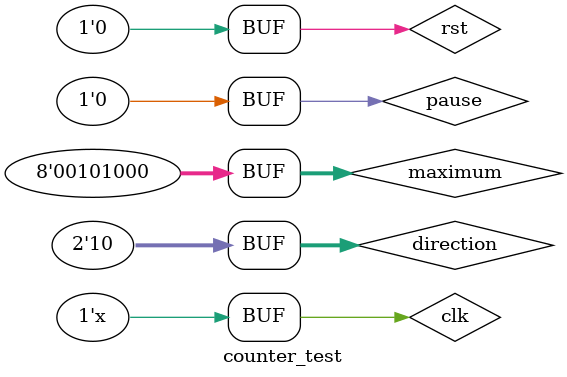
<source format=v>
`timescale 1ns / 1ps


module counter_test;
reg clk,rst,  pause;
reg[1:0] direction;
reg[7:0] maximum;
wire [7:0] count;

counter_8_bit count_test(clk,rst,direction,pause,maximum,count);

initial begin
rst=1;
clk=0;
direction=2'b01;
pause=0;
maximum=20;
#10;
rst=0;
#100;
pause=1;
#30;
pause=0;
direction=2'b10;
maximum=40;

end
always #5 clk=~clk;
endmodule

</source>
